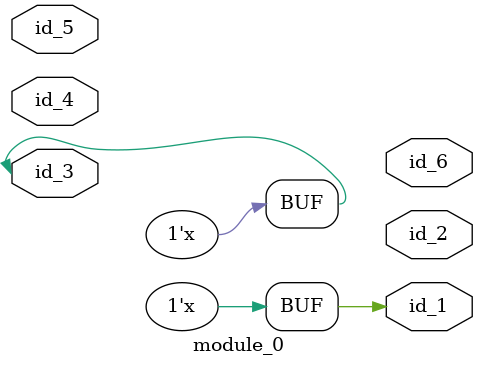
<source format=v>
`timescale 1ps / 1ps
module module_0 (
    id_1,
    id_2,
    id_3,
    id_4,
    id_5,
    id_6
);
  output id_6;
  input id_5;
  input id_4;
  inout id_3;
  output id_2;
  output id_1;
  initial begin
    id_1 <= id_3;
    id_3 = id_3;
  end
endmodule

</source>
